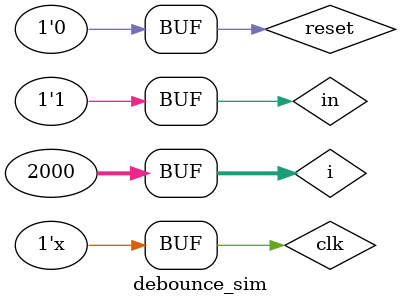
<source format=v>
`timescale 1ns / 1ps

module debounce_sim();
    reg clk = 0;
    reg reset = 0;
    reg in = 0;
    wire out;
    integer i;
    
    initial 
    begin
        reset = 0;
        #2
        reset = 1;
        #16
        reset = 0;
        
        // Begin test
        in = 0;
        #100

        // Transistion to 1        
        // Bounce for a while
        for(i = 0; i < 50; i = i + 1) 
        begin
            #2
            in = 1;
            #2
            in = 0;
        end 
        
        // Settle on a 1 for a while 
        in = 1;
        #2000
        
        // Transistion to 0        
        // Bounce for 1000 cycles
        for(i = 0; i < 50; i = i + 1) 
        begin
            #2
            in <= 0;
            #2
            in = 1;
        end 
        
        // Settle on a 1 for 16000 cycles 
        in = 0;
        #2000
        
        // Just bounce and never settle        
        for(i = 0; i < 2000; i = i + 1) 
        begin
            #2
            in = 0;
            #2
            in = 1;
        end         
    end
    
    always #1
    begin
        clk<= ~clk;
    end
    
    debounce #(
    .CYCLES(1000)
    ) deb (
        .aclk(clk), 
        .reset(reset),
        .in(in), 
        .out(out));
endmodule

</source>
